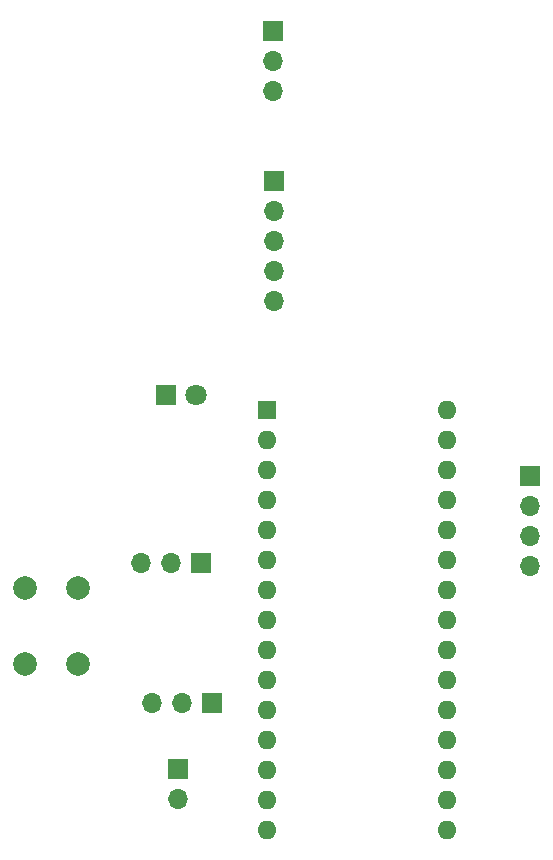
<source format=gbr>
%TF.GenerationSoftware,KiCad,Pcbnew,8.0.8*%
%TF.CreationDate,2025-06-02T22:50:19+02:00*%
%TF.ProjectId,autoZalivanje,6175746f-5a61-46c6-9976-616e6a652e6b,rev?*%
%TF.SameCoordinates,Original*%
%TF.FileFunction,Soldermask,Bot*%
%TF.FilePolarity,Negative*%
%FSLAX46Y46*%
G04 Gerber Fmt 4.6, Leading zero omitted, Abs format (unit mm)*
G04 Created by KiCad (PCBNEW 8.0.8) date 2025-06-02 22:50:19*
%MOMM*%
%LPD*%
G01*
G04 APERTURE LIST*
%ADD10C,2.000000*%
%ADD11O,1.700000X1.700000*%
%ADD12R,1.700000X1.700000*%
%ADD13R,1.800000X1.800000*%
%ADD14C,1.800000*%
%ADD15R,1.600000X1.600000*%
%ADD16O,1.600000X1.600000*%
G04 APERTURE END LIST*
D10*
%TO.C,SW1*%
X112050000Y-96600000D03*
X112050000Y-103100000D03*
X107550000Y-96600000D03*
X107550000Y-103100000D03*
%TD*%
D11*
%TO.C,J6*%
X128575000Y-54525000D03*
X128575000Y-51985000D03*
D12*
X128575000Y-49445000D03*
%TD*%
%TO.C,J5*%
X123350000Y-106350000D03*
D11*
X120810000Y-106350000D03*
X118270000Y-106350000D03*
%TD*%
D12*
%TO.C,J4*%
X120500000Y-111950000D03*
D11*
X120500000Y-114490000D03*
%TD*%
D12*
%TO.C,J3*%
X122475000Y-94500000D03*
D11*
X119935000Y-94500000D03*
X117395000Y-94500000D03*
%TD*%
D12*
%TO.C,J2*%
X128650000Y-62135000D03*
D11*
X128650000Y-64675000D03*
X128650000Y-67215000D03*
X128650000Y-69755000D03*
X128650000Y-72295000D03*
%TD*%
D12*
%TO.C,J1*%
X150325000Y-87125000D03*
D11*
X150325000Y-89665000D03*
X150325000Y-92205000D03*
X150325000Y-94745000D03*
%TD*%
D13*
%TO.C,D1*%
X119510000Y-80250000D03*
D14*
X122050000Y-80250000D03*
%TD*%
D15*
%TO.C,A1*%
X128070000Y-81560000D03*
D16*
X128070000Y-84100000D03*
X128070000Y-86640000D03*
X128070000Y-89180000D03*
X128070000Y-91720000D03*
X128070000Y-94260000D03*
X128070000Y-96800000D03*
X128070000Y-99340000D03*
X128070000Y-101880000D03*
X128070000Y-104420000D03*
X128070000Y-106960000D03*
X128070000Y-109500000D03*
X128070000Y-112040000D03*
X128070000Y-114580000D03*
X128070000Y-117120000D03*
X143310000Y-117120000D03*
X143310000Y-114580000D03*
X143310000Y-112040000D03*
X143310000Y-109500000D03*
X143310000Y-106960000D03*
X143310000Y-104420000D03*
X143310000Y-101880000D03*
X143310000Y-99340000D03*
X143310000Y-96800000D03*
X143310000Y-94260000D03*
X143310000Y-91720000D03*
X143310000Y-89180000D03*
X143310000Y-86640000D03*
X143310000Y-84100000D03*
X143310000Y-81560000D03*
%TD*%
M02*

</source>
